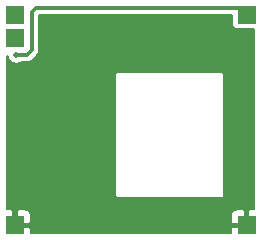
<source format=gbr>
G04 #@! TF.GenerationSoftware,KiCad,Pcbnew,(5.0.0)*
G04 #@! TF.CreationDate,2018-09-03T15:40:08-07:00*
G04 #@! TF.ProjectId,nixie_psu_breakout,6E697869655F7073755F627265616B6F,rev?*
G04 #@! TF.SameCoordinates,Original*
G04 #@! TF.FileFunction,Copper,L2,Bot,Signal*
G04 #@! TF.FilePolarity,Positive*
%FSLAX46Y46*%
G04 Gerber Fmt 4.6, Leading zero omitted, Abs format (unit mm)*
G04 Created by KiCad (PCBNEW (5.0.0)) date 09/03/18 15:40:08*
%MOMM*%
%LPD*%
G01*
G04 APERTURE LIST*
G04 #@! TA.AperFunction,ComponentPad*
%ADD10R,1.500000X1.500000*%
G04 #@! TD*
G04 #@! TA.AperFunction,ViaPad*
%ADD11C,0.508000*%
G04 #@! TD*
G04 #@! TA.AperFunction,Conductor*
%ADD12C,0.300000*%
G04 #@! TD*
G04 #@! TA.AperFunction,Conductor*
%ADD13C,0.200000*%
G04 #@! TD*
G04 APERTURE END LIST*
D10*
G04 #@! TO.P,J3,1*
G04 #@! TO.N,GNDREF*
X126900000Y-99150000D03*
G04 #@! TD*
G04 #@! TO.P,J4,1*
G04 #@! TO.N,GNDREF*
X146500000Y-99150000D03*
G04 #@! TD*
G04 #@! TO.P,J5,1*
G04 #@! TO.N,Net-(C5-Pad2)*
X146500000Y-81300000D03*
G04 #@! TD*
G04 #@! TO.P,J1,1*
G04 #@! TO.N,Net-(C1-Pad2)*
X126900000Y-81300000D03*
G04 #@! TD*
G04 #@! TO.P,J2,1*
G04 #@! TO.N,Net-(J2-Pad1)*
X126900000Y-83300000D03*
G04 #@! TD*
D11*
G04 #@! TO.N,GNDREF*
X127000000Y-88550000D03*
X143600000Y-84050000D03*
X135900000Y-81900000D03*
X143600000Y-84650000D03*
X135900000Y-83100000D03*
X136500000Y-83100000D03*
X136500000Y-84300000D03*
X143000000Y-84650000D03*
X135900000Y-84300000D03*
X142400000Y-84050000D03*
X135900000Y-83700000D03*
X142400000Y-84650000D03*
X143000000Y-84050000D03*
X136500000Y-82500000D03*
X135900000Y-82500000D03*
X136500000Y-83700000D03*
X136500000Y-81900000D03*
X131400000Y-87750000D03*
X131400000Y-87150000D03*
X130400000Y-84950000D03*
X130400000Y-85550000D03*
X130400000Y-84350000D03*
X130712500Y-90956250D03*
X129887500Y-90243750D03*
X130712500Y-89531250D03*
X129887500Y-89531250D03*
X129887500Y-90956250D03*
X129887500Y-91668750D03*
X130712500Y-91668750D03*
X130712500Y-90243750D03*
X134025000Y-92400000D03*
X135225000Y-92400000D03*
X135224002Y-91200000D03*
X134625000Y-92400000D03*
X135225000Y-91800000D03*
G04 #@! TO.N,Net-(C5-Pad2)*
X127000000Y-84700000D03*
G04 #@! TD*
D12*
G04 #@! TO.N,Net-(C5-Pad2)*
X128300000Y-81100000D02*
X128300000Y-84300000D01*
X127900000Y-84700000D02*
X127000000Y-84700000D01*
X128700000Y-80700000D02*
X128300000Y-81100000D01*
X128300000Y-84300000D02*
X127900000Y-84700000D01*
X146300000Y-80700000D02*
X128700000Y-80700000D01*
X146700000Y-81100000D02*
X146300000Y-80700000D01*
G04 #@! TD*
D13*
G04 #@! TO.N,GNDREF*
G36*
X145247581Y-82050000D02*
X145257235Y-82148017D01*
X145285825Y-82242267D01*
X145332254Y-82329129D01*
X145394736Y-82405264D01*
X145470871Y-82467746D01*
X145557733Y-82514175D01*
X145651983Y-82542765D01*
X145750000Y-82552419D01*
X147150001Y-82552419D01*
X147150000Y-97792000D01*
X146806000Y-97792000D01*
X146654000Y-97944000D01*
X146654000Y-98996000D01*
X146674000Y-98996000D01*
X146674000Y-99304000D01*
X146654000Y-99304000D01*
X146654000Y-99324000D01*
X146346000Y-99324000D01*
X146346000Y-99304000D01*
X145294000Y-99304000D01*
X145142000Y-99456000D01*
X145142000Y-99800000D01*
X128258000Y-99800000D01*
X128258000Y-99456000D01*
X128106000Y-99304000D01*
X127054000Y-99304000D01*
X127054000Y-99324000D01*
X126746000Y-99324000D01*
X126746000Y-99304000D01*
X126726000Y-99304000D01*
X126726000Y-98996000D01*
X126746000Y-98996000D01*
X126746000Y-97944000D01*
X127054000Y-97944000D01*
X127054000Y-98996000D01*
X128106000Y-98996000D01*
X128258000Y-98844000D01*
X128258000Y-98340117D01*
X145142000Y-98340117D01*
X145142000Y-98844000D01*
X145294000Y-98996000D01*
X146346000Y-98996000D01*
X146346000Y-97944000D01*
X146194000Y-97792000D01*
X145690117Y-97792000D01*
X145572653Y-97815365D01*
X145462004Y-97861197D01*
X145362422Y-97927736D01*
X145277735Y-98012423D01*
X145211197Y-98112004D01*
X145165365Y-98222653D01*
X145142000Y-98340117D01*
X128258000Y-98340117D01*
X128234635Y-98222653D01*
X128188803Y-98112004D01*
X128122265Y-98012423D01*
X128037578Y-97927736D01*
X127937996Y-97861197D01*
X127827347Y-97815365D01*
X127709883Y-97792000D01*
X127206000Y-97792000D01*
X127054000Y-97944000D01*
X126746000Y-97944000D01*
X126594000Y-97792000D01*
X126250000Y-97792000D01*
X126250000Y-86300000D01*
X135400000Y-86300000D01*
X135400000Y-96700000D01*
X135407612Y-96738268D01*
X135429289Y-96770711D01*
X135461732Y-96792388D01*
X135500000Y-96800000D01*
X144500000Y-96800000D01*
X144538268Y-96792388D01*
X144570711Y-96770711D01*
X144592388Y-96738268D01*
X144600000Y-96700000D01*
X144600000Y-86300000D01*
X144592388Y-86261732D01*
X144570711Y-86229289D01*
X144538268Y-86207612D01*
X144500000Y-86200000D01*
X135500000Y-86200000D01*
X135461732Y-86207612D01*
X135429289Y-86229289D01*
X135407612Y-86261732D01*
X135400000Y-86300000D01*
X126250000Y-86300000D01*
X126250000Y-84794371D01*
X126274976Y-84919934D01*
X126331814Y-85057153D01*
X126414330Y-85180647D01*
X126519353Y-85285670D01*
X126642847Y-85368186D01*
X126780066Y-85425024D01*
X126925738Y-85454000D01*
X127074262Y-85454000D01*
X127219934Y-85425024D01*
X127357153Y-85368186D01*
X127384370Y-85350000D01*
X127868079Y-85350000D01*
X127900000Y-85353144D01*
X127931921Y-85350000D01*
X127931932Y-85350000D01*
X128027422Y-85340595D01*
X128149948Y-85303427D01*
X128262868Y-85243070D01*
X128361843Y-85161843D01*
X128382200Y-85137038D01*
X128737038Y-84782200D01*
X128761843Y-84761843D01*
X128843070Y-84662868D01*
X128903427Y-84549948D01*
X128940595Y-84427422D01*
X128950000Y-84331932D01*
X128950000Y-84331922D01*
X128953144Y-84300001D01*
X128950000Y-84268080D01*
X128950000Y-81369238D01*
X128969238Y-81350000D01*
X145247581Y-81350000D01*
X145247581Y-82050000D01*
X145247581Y-82050000D01*
G37*
X145247581Y-82050000D02*
X145257235Y-82148017D01*
X145285825Y-82242267D01*
X145332254Y-82329129D01*
X145394736Y-82405264D01*
X145470871Y-82467746D01*
X145557733Y-82514175D01*
X145651983Y-82542765D01*
X145750000Y-82552419D01*
X147150001Y-82552419D01*
X147150000Y-97792000D01*
X146806000Y-97792000D01*
X146654000Y-97944000D01*
X146654000Y-98996000D01*
X146674000Y-98996000D01*
X146674000Y-99304000D01*
X146654000Y-99304000D01*
X146654000Y-99324000D01*
X146346000Y-99324000D01*
X146346000Y-99304000D01*
X145294000Y-99304000D01*
X145142000Y-99456000D01*
X145142000Y-99800000D01*
X128258000Y-99800000D01*
X128258000Y-99456000D01*
X128106000Y-99304000D01*
X127054000Y-99304000D01*
X127054000Y-99324000D01*
X126746000Y-99324000D01*
X126746000Y-99304000D01*
X126726000Y-99304000D01*
X126726000Y-98996000D01*
X126746000Y-98996000D01*
X126746000Y-97944000D01*
X127054000Y-97944000D01*
X127054000Y-98996000D01*
X128106000Y-98996000D01*
X128258000Y-98844000D01*
X128258000Y-98340117D01*
X145142000Y-98340117D01*
X145142000Y-98844000D01*
X145294000Y-98996000D01*
X146346000Y-98996000D01*
X146346000Y-97944000D01*
X146194000Y-97792000D01*
X145690117Y-97792000D01*
X145572653Y-97815365D01*
X145462004Y-97861197D01*
X145362422Y-97927736D01*
X145277735Y-98012423D01*
X145211197Y-98112004D01*
X145165365Y-98222653D01*
X145142000Y-98340117D01*
X128258000Y-98340117D01*
X128234635Y-98222653D01*
X128188803Y-98112004D01*
X128122265Y-98012423D01*
X128037578Y-97927736D01*
X127937996Y-97861197D01*
X127827347Y-97815365D01*
X127709883Y-97792000D01*
X127206000Y-97792000D01*
X127054000Y-97944000D01*
X126746000Y-97944000D01*
X126594000Y-97792000D01*
X126250000Y-97792000D01*
X126250000Y-86300000D01*
X135400000Y-86300000D01*
X135400000Y-96700000D01*
X135407612Y-96738268D01*
X135429289Y-96770711D01*
X135461732Y-96792388D01*
X135500000Y-96800000D01*
X144500000Y-96800000D01*
X144538268Y-96792388D01*
X144570711Y-96770711D01*
X144592388Y-96738268D01*
X144600000Y-96700000D01*
X144600000Y-86300000D01*
X144592388Y-86261732D01*
X144570711Y-86229289D01*
X144538268Y-86207612D01*
X144500000Y-86200000D01*
X135500000Y-86200000D01*
X135461732Y-86207612D01*
X135429289Y-86229289D01*
X135407612Y-86261732D01*
X135400000Y-86300000D01*
X126250000Y-86300000D01*
X126250000Y-84794371D01*
X126274976Y-84919934D01*
X126331814Y-85057153D01*
X126414330Y-85180647D01*
X126519353Y-85285670D01*
X126642847Y-85368186D01*
X126780066Y-85425024D01*
X126925738Y-85454000D01*
X127074262Y-85454000D01*
X127219934Y-85425024D01*
X127357153Y-85368186D01*
X127384370Y-85350000D01*
X127868079Y-85350000D01*
X127900000Y-85353144D01*
X127931921Y-85350000D01*
X127931932Y-85350000D01*
X128027422Y-85340595D01*
X128149948Y-85303427D01*
X128262868Y-85243070D01*
X128361843Y-85161843D01*
X128382200Y-85137038D01*
X128737038Y-84782200D01*
X128761843Y-84761843D01*
X128843070Y-84662868D01*
X128903427Y-84549948D01*
X128940595Y-84427422D01*
X128950000Y-84331932D01*
X128950000Y-84331922D01*
X128953144Y-84300001D01*
X128950000Y-84268080D01*
X128950000Y-81369238D01*
X128969238Y-81350000D01*
X145247581Y-81350000D01*
X145247581Y-82050000D01*
G04 #@! TD*
M02*

</source>
